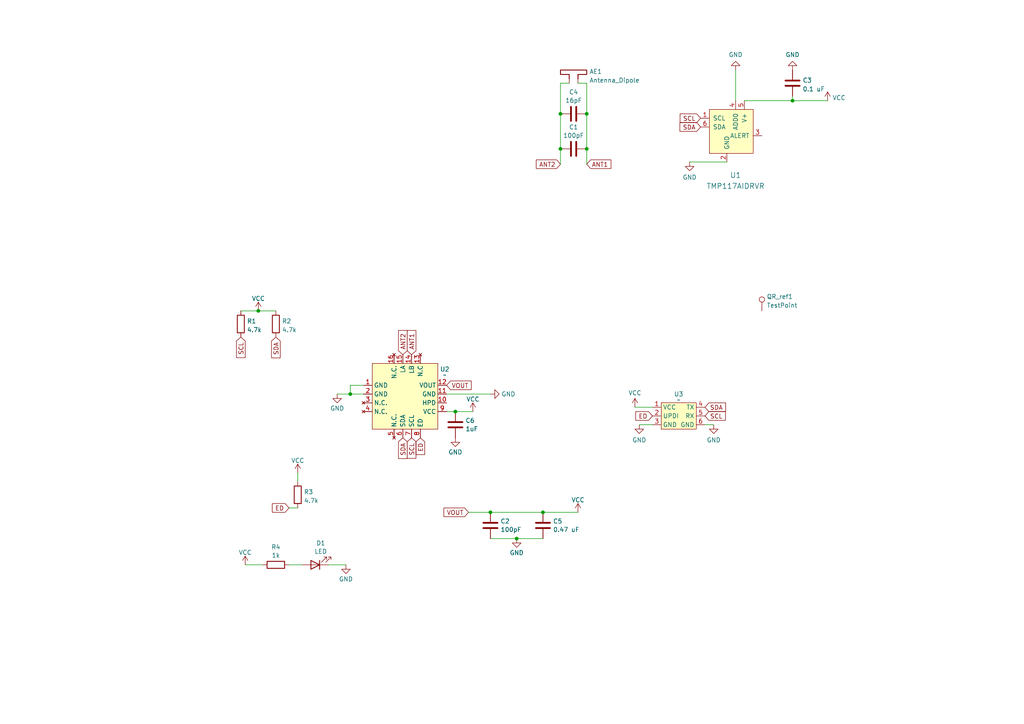
<source format=kicad_sch>
(kicad_sch (version 20231120) (generator "eeschema") (generator_version "8.0")
  (paper "A4")
  (lib_symbols
    (symbol "Connector:TestPoint" (pin_numbers hide) (pin_names (offset 0.762) hide)
      (property "Reference" "TP" (at 0 6.858 0))
      (property "Value" "TestPoint" (at 0 5.08 0))
      (symbol "TestPoint_0_1"
        (circle (center 0 3.302) (radius 0.762))
      )
      (symbol "TestPoint_1_1"
        (pin passive line (at 0 0 90) (length 2.54) (name "1") (number "1"))
      )
    )
    (symbol "Device:Antenna_Dipole" (pin_numbers hide) (pin_names (offset 1.016) hide)
      (property "Reference" "AE1" (at -3.302 -1.7053 0))
      (property "Value" "Antenna_Dipole" (at -3.302 -4.2422 0))
      (symbol "Antenna_Dipole_0_1"
        (polyline (pts (xy 2.54 -3.81) (xy 2.54 -2.54) (xy 5.08 -2.54) (xy 5.08 -1.27) (xy -2.54 -1.27) (xy -2.54 -2.54) (xy 0 -2.54) (xy 0 -3.81)) (stroke (width 0.254)))
      )
      (symbol "Antenna_Dipole_1_1"
        (pin input line (at 2.54 -5.08 90) (length 2.54) (name "~") (number "1"))
        (pin input line (at 0 -5.08 90) (length 2.54) (name "~") (number "2"))
      )
    )
    (symbol "Device:C" (pin_numbers hide) (pin_names (offset 0.254))
      (property "Reference" "C" (at 0.635 2.54 0))
      (property "Value" "C" (at 0.635 -2.54 0))
      (symbol "C_0_1"
        (polyline (pts (xy -2.032 -0.762) (xy 2.032 -0.762)) (stroke (width 0.508)))
        (polyline (pts (xy -2.032 0.762) (xy 2.032 0.762)) (stroke (width 0.508)))
      )
      (symbol "C_1_1"
        (pin passive line (at 0 3.81 270) (length 2.794) (name "~") (number "1"))
        (pin passive line (at 0 -3.81 90) (length 2.794) (name "~") (number "2"))
      )
    )
    (symbol "Device:LED" (pin_numbers hide) (pin_names (offset 1.016) hide)
      (property "Reference" "D" (at 0 2.54 0))
      (property "Value" "LED" (at 0 -2.54 0))
      (symbol "LED_0_1"
        (polyline (pts (xy -1.27 -1.27) (xy -1.27 1.27)) (stroke (width 0.254)))
        (polyline (pts (xy -1.27 0) (xy 1.27 0)))
        (polyline (pts (xy 1.27 -1.27) (xy 1.27 1.27) (xy -1.27 0) (xy 1.27 -1.27)) (stroke (width 0.254)))
        (polyline (pts (xy -3.048 -0.762) (xy -4.572 -2.286) (xy -3.81 -2.286) (xy -4.572 -2.286) (xy -4.572 -1.524)))
        (polyline (pts (xy -1.778 -0.762) (xy -3.302 -2.286) (xy -2.54 -2.286) (xy -3.302 -2.286) (xy -3.302 -1.524)))
      )
      (symbol "LED_1_1"
        (pin passive line (at -3.81 0 0) (length 2.54) (name "K") (number "1"))
        (pin passive line (at 3.81 0 180) (length 2.54) (name "A") (number "2"))
      )
    )
    (symbol "Device:R" (pin_numbers hide) (pin_names (offset 0))
      (property "Reference" "R" (at 2.032 0 90))
      (property "Value" "R" (at 0 0 90))
      (symbol "R_0_1"
        (rectangle (start -1.016 -2.54) (end 1.016 2.54) (stroke (width 0.254)))
      )
      (symbol "R_1_1"
        (pin passive line (at 0 3.81 270) (length 1.27) (name "~") (number "1"))
        (pin passive line (at 0 -3.81 90) (length 1.27) (name "~") (number "2"))
      )
    )
    (symbol "dk_Temperature-Sensors-Analog-and-Digital-Output:TMP112AIDRLT" (pin_names (offset 1.016))
      (property "Reference" "U" (at -6.35 8.89 0))
      (property "Value" "TMP112AIDRLT" (at 0 -7.62 0))
      (symbol "TMP112AIDRLT_0_1"
        (rectangle (start -7.62 7.62) (end 5.08 -5.08) (fill (type background)))
      )
      (symbol "TMP112AIDRLT_1_1"
        (pin input line (at -10.16 5.08 0) (length 2.54) (name "SCL") (number "1"))
        (pin power_in line (at -2.54 -7.62 90) (length 2.54) (name "GND") (number "2"))
        (pin output line (at 7.62 0 180) (length 2.54) (name "ALERT") (number "3"))
        (pin power_in line (at 0 10.16 270) (length 2.54) (name "ADD0") (number "4"))
        (pin power_in line (at 2.54 10.16 270) (length 2.54) (name "V+") (number "5"))
        (pin bidirectional line (at -10.16 2.54 0) (length 2.54) (name "SDA") (number "6"))
      )
    )
    (symbol "power:GND" (power) (pin_names (offset 0))
      (property "Value" "GND" (at 0 -3.81 0))
      (symbol "GND_0_1"
        (polyline (pts (xy 0 0) (xy 0 -1.27) (xy 1.27 -1.27) (xy 0 -2.54) (xy -1.27 -1.27) (xy 0 -1.27)))
      )
      (symbol "GND_1_1"
        (pin power_in line (at 0 0 270) (length 0) hide (name "GND") (number "1"))
      )
    )
    (symbol "power:VCC" (power) (pin_names (offset 0))
      (property "Value" "VCC" (at 0 3.81 0))
      (symbol "VCC_0_1"
        (polyline (pts (xy -0.762 1.27) (xy 0 2.54)))
        (polyline (pts (xy 0 0) (xy 0 2.54)))
        (polyline (pts (xy 0 2.54) (xy 0.762 1.27)))
      )
      (symbol "VCC_1_1"
        (pin power_in line (at 0 0 90) (length 0) hide (name "VCC") (number "1"))
      )
    )
    (symbol "unsurv_offline_pcb_symbols:NTAG_5_Link"
      (property "Reference" "U" (at 0 24.892 0))
      (symbol "NTAG_5_Link_1_1"
        (rectangle (start -10.16 8.89) (end 8.89 -10.16) (fill (type background)))
        (pin input line (at -12.7 2.54 0) (length 2.54) (name "GND") (number "1"))
        (pin input line (at 11.43 -2.54 180) (length 2.54) (name "HPD") (number "10"))
        (pin input line (at 11.43 0 180) (length 2.54) (name "GND") (number "11"))
        (pin input line (at 11.43 2.54 180) (length 2.54) (name "VOUT") (number "12"))
        (pin no_connect line (at 3.81 11.43 270) (length 2.54) (name "N.C") (number "13"))
        (pin bidirectional line (at 1.27 11.43 270) (length 2.54) (name "LB") (number "14"))
        (pin bidirectional line (at -1.27 11.43 270) (length 2.54) (name "LA") (number "15"))
        (pin no_connect line (at -3.81 11.43 270) (length 2.54) (name "N.C.") (number "16"))
        (pin input line (at -12.7 0 0) (length 2.54) (name "GND") (number "2"))
        (pin no_connect line (at -12.7 -2.54 0) (length 2.54) (name "N.C.") (number "3"))
        (pin no_connect line (at -12.7 -5.08 0) (length 2.54) (name "N.C.") (number "4"))
        (pin no_connect line (at -3.81 -12.7 90) (length 2.54) (name "N.C.") (number "5"))
        (pin bidirectional line (at -1.27 -12.7 90) (length 2.54) (name "SDA") (number "6"))
        (pin bidirectional line (at 1.27 -12.7 90) (length 2.54) (name "SCL") (number "7"))
        (pin bidirectional line (at 3.81 -12.7 90) (length 2.54) (name "ED") (number "8"))
        (pin input line (at 11.43 -5.08 180) (length 2.54) (name "VCC") (number "9"))
      )
    )
    (symbol "unsurv_offline_pcb_symbols:testpoint_array_2x3"
      (property "Reference" "U" (at 0 5.842 0))
      (symbol "testpoint_array_2x3_1_1"
        (rectangle (start -5.08 3.81) (end 5.08 -3.81) (fill (type background)))
        (pin input line (at -7.62 2.54 0) (length 2.54) (name "VCC") (number "1"))
        (pin input line (at -7.62 0 0) (length 2.54) (name "UPDI") (number "2"))
        (pin input line (at -7.62 -2.54 0) (length 2.54) (name "GND") (number "3"))
        (pin input line (at 7.62 2.54 180) (length 2.54) (name "TX") (number "4"))
        (pin input line (at 7.62 0 180) (length 2.54) (name "RX") (number "5"))
        (pin input line (at 7.62 -2.54 180) (length 2.54) (name "GND") (number "6"))
      )
    )
  )
  (junction (at 132.08 119.38))
  (junction (at 149.86 156.21))
  (junction (at 74.93 90.17))
  (junction (at 170.18 43.18))
  (junction (at 229.87 29.21))
  (junction (at 162.56 43.18))
  (junction (at 142.24 148.59))
  (junction (at 101.6 114.3))
  (junction (at 162.56 33.02))
  (junction (at 170.18 33.02))
  (junction (at 157.48 148.59))
  (wire (pts (xy 170.18 43.18) (xy 170.18 47.625)))
  (wire (pts (xy 69.85 90.17) (xy 74.93 90.17)))
  (wire (pts (xy 83.82 147.32) (xy 86.36 147.32)))
  (wire (pts (xy 101.6 111.76) (xy 101.6 114.3)))
  (wire (pts (xy 71.12 163.83) (xy 76.2 163.83)))
  (wire (pts (xy 213.36 20.32) (xy 213.36 29.21)))
  (wire (pts (xy 185.42 123.19) (xy 189.23 123.19)))
  (wire (pts (xy 135.89 148.59) (xy 142.24 148.59)))
  (wire (pts (xy 105.41 111.76) (xy 101.6 111.76)))
  (wire (pts (xy 170.18 24.13) (xy 170.18 33.02)))
  (wire (pts (xy 162.56 33.02) (xy 162.56 43.18)))
  (wire (pts (xy 86.36 137.16) (xy 86.36 139.7)))
  (wire (pts (xy 101.6 114.3) (xy 105.41 114.3)))
  (wire (pts (xy 229.87 27.94) (xy 229.87 29.21)))
  (wire (pts (xy 83.82 163.83) (xy 87.63 163.83)))
  (wire (pts (xy 204.47 123.19) (xy 207.01 123.19)))
  (wire (pts (xy 129.54 119.38) (xy 132.08 119.38)))
  (wire (pts (xy 129.54 114.3) (xy 142.24 114.3)))
  (wire (pts (xy 162.56 24.13) (xy 162.56 33.02)))
  (wire (pts (xy 97.79 114.3) (xy 101.6 114.3)))
  (wire (pts (xy 170.18 24.13) (xy 167.64 24.13)))
  (wire (pts (xy 170.18 33.02) (xy 170.18 43.18)))
  (wire (pts (xy 142.24 148.59) (xy 157.48 148.59)))
  (wire (pts (xy 74.93 90.17) (xy 80.01 90.17)))
  (wire (pts (xy 157.48 148.59) (xy 167.64 148.59)))
  (wire (pts (xy 142.24 156.21) (xy 149.86 156.21)))
  (wire (pts (xy 95.25 163.83) (xy 100.33 163.83)))
  (wire (pts (xy 149.86 156.21) (xy 157.48 156.21)))
  (wire (pts (xy 200.025 46.99) (xy 210.82 46.99)))
  (wire (pts (xy 184.15 118.11) (xy 189.23 118.11)))
  (wire (pts (xy 215.9 29.21) (xy 229.87 29.21)))
  (wire (pts (xy 162.56 24.13) (xy 165.1 24.13)))
  (wire (pts (xy 229.87 29.21) (xy 240.03 29.21)))
  (wire (pts (xy 132.08 119.38) (xy 137.16 119.38)))
  (wire (pts (xy 162.56 43.18) (xy 162.56 47.625)))
  (global_label "ANT2" (shape input) (at 116.84 102.87 90) (property "Intersheetrefs" "${INTERSHEET_REFS}" (effects (hide yes))))
  (global_label "SDA" (shape input) (at 116.84 127 270) (property "Intersheetrefs" "${INTERSHEET_REFS}" (effects (hide yes))))
  (global_label "SDA" (shape input) (at 204.47 118.11 0) (property "Intersheetrefs" "${INTERSHEET_REFS}" (effects (hide yes))))
  (global_label "ED" (shape input) (at 83.82 147.32 180) (property "Intersheetrefs" "${INTERSHEET_REFS}" (effects (hide yes))))
  (global_label "SCL" (shape input) (at 204.47 120.65 0) (property "Intersheetrefs" "${INTERSHEET_REFS}" (effects (hide yes))))
  (global_label "SCL" (shape input) (at 119.38 127 270) (property "Intersheetrefs" "${INTERSHEET_REFS}" (effects (hide yes))))
  (global_label "ANT1" (shape input) (at 119.38 102.87 90) (property "Intersheetrefs" "${INTERSHEET_REFS}" (effects (hide yes))))
  (global_label "SCL" (shape input) (at 203.2 34.29 180) (property "Intersheetrefs" "${INTERSHEET_REFS}" (effects (hide yes))))
  (global_label "VOUT" (shape input) (at 129.54 111.76 0) (property "Intersheetrefs" "${INTERSHEET_REFS}" (effects (hide yes))))
  (global_label "ED" (shape input) (at 189.23 120.65 180) (property "Intersheetrefs" "${INTERSHEET_REFS}" (effects (hide yes))))
  (global_label "SDA" (shape input) (at 80.01 97.79 270) (property "Intersheetrefs" "${INTERSHEET_REFS}" (effects (hide yes))))
  (global_label "ANT2" (shape input) (at 162.56 47.625 180) (property "Intersheetrefs" "${INTERSHEET_REFS}" (effects (hide yes))))
  (global_label "ANT1" (shape input) (at 170.18 47.625 0) (property "Intersheetrefs" "${INTERSHEET_REFS}" (effects (hide yes))))
  (global_label "SCL" (shape input) (at 69.85 97.79 270) (property "Intersheetrefs" "${INTERSHEET_REFS}" (effects (hide yes))))
  (global_label "ED" (shape input) (at 121.92 127 270) (property "Intersheetrefs" "${INTERSHEET_REFS}" (effects (hide yes))))
  (global_label "SDA" (shape input) (at 203.2 36.83 180) (property "Intersheetrefs" "${INTERSHEET_REFS}" (effects (hide yes))))
  (global_label "VOUT" (shape input) (at 135.89 148.59 180) (property "Intersheetrefs" "${INTERSHEET_REFS}" (effects (hide yes))))
  (symbol (lib_id "power:GND") (at 100.33 163.83 0) (unit 1)
    (property "Reference" "#PWR016" (effects (hide yes)))
    (property "Value" "GND" (at 100.33 167.9631 0))
  )
  (symbol (lib_id "Device:C") (at 132.08 123.19 0) (unit 1)
    (property "Reference" "C6" (at 135.001 121.9778 0) (effects (justify left)))
    (property "Value" "1uF" (at 135.001 124.4021 0) (effects (justify left)))
    (property "Footprint" "Capacitor_SMD:C_0603_1608Metric" (effects (hide yes)))
    (property "Description" "Unpolarized capacitor" (effects (hide yes)))
  )
  (symbol (lib_id "power:VCC") (at 184.15 118.11 0) (unit 1)
    (property "Reference" "#PWR09" (effects (hide yes)))
    (property "Value" "VCC" (at 184.15 113.9769 0))
  )
  (symbol (lib_id "power:GND") (at 132.08 127 0) (unit 1)
    (property "Reference" "#PWR014" (effects (hide yes)))
    (property "Value" "GND" (at 132.08 131.1331 0))
  )
  (symbol (lib_id "power:VCC") (at 240.03 29.21 0) (unit 1)
    (property "Reference" "#PWR07" (effects (hide yes)))
    (property "Value" "VCC" (at 241.427 28.3738 0) (effects (justify left)))
  )
  (symbol (lib_id "Device:R") (at 80.01 163.83 90) (unit 1)
    (property "Reference" "R4" (at 80.01 158.6695 90))
    (property "Value" "1k" (at 80.01 161.0938 90))
    (property "Footprint" "Resistor_SMD:R_0603_1608Metric" (effects (hide yes)))
  )
  (symbol (lib_id "power:VCC") (at 86.36 137.16 0) (unit 1)
    (property "Reference" "#PWR013" (effects (hide yes)))
    (property "Value" "VCC" (at 86.36 133.5842 0))
  )
  (symbol (lib_id "power:GND") (at 149.86 156.21 0) (unit 1)
    (property "Reference" "#PWR012" (effects (hide yes)))
    (property "Value" "GND" (at 149.86 160.3431 0))
  )
  (symbol (lib_id "Device:R") (at 80.01 93.98 0) (unit 1)
    (property "Reference" "R2" (at 81.788 93.1453 0) (effects (justify left)))
    (property "Value" "4.7k" (at 81.788 95.6822 0) (effects (justify left)))
    (property "Footprint" "Resistor_SMD:R_0603_1608Metric" (effects (hide yes)))
  )
  (symbol (lib_id "power:VCC") (at 167.64 148.59 0) (mirror y) (unit 1)
    (property "Reference" "#PWR010" (effects (hide yes)))
    (property "Value" "VCC" (at 167.64 145.0142 0))
  )
  (symbol (lib_id "power:GND") (at 97.79 114.3 0) (unit 1)
    (property "Reference" "#PWR05" (effects (hide yes)))
    (property "Value" "GND" (at 97.79 118.4331 0))
  )
  (symbol (lib_id "Connector:TestPoint") (at 220.98 90.17 0) (unit 1)
    (property "Reference" "QR_ref1" (at 222.377 86.0333 0) (effects (justify left)))
    (property "Value" "TestPoint" (at 222.377 88.5702 0) (effects (justify left)))
    (property "Footprint" "unsurv_offline_pcb_footprints:https___shop.unsurv.org" (effects (hide yes)))
  )
  (symbol (lib_id "dk_Temperature-Sensors-Analog-and-Digital-Output:TMP112AIDRLT") (at 213.36 39.37 0) (unit 1)
    (property "Reference" "U1" (at 213.36 50.8 0) (effects (font (size 1.524 1.524))))
    (property "Value" "TMP117AIDRVR" (at 213.36 53.975 0) (effects (font (size 1.524 1.524))))
    (property "Footprint" "unsurv_offline_pcb_footprints:TMP117 WSON-6-1EP_2x2mm_P0.65mm_no_pad_paste" (effects (hide yes)))
    (property "Datasheet" "http://www.ti.com/general/docs/suppproductinfo.tsp?distId=10&gotoUrl=http%3A%2F%2Fwww.ti.com%2Flit%2Fgpn%2Ftmp112" (effects (hide yes)))
    (property "Description" "SENSOR DIGITAL -40C-125C SOT563" (effects (hide yes)))
    (property "Digi-Key_PN" "296-24621-1-ND" (effects (hide yes)))
    (property "MPN" "TMP117AIDRVR" (effects (hide yes)))
    (property "Category" "Sensors, Transducers" (effects (hide yes)))
    (property "Family" "Temperature Sensors - Analog and Digital Output" (effects (hide yes)))
    (property "DK_Datasheet_Link" "http://www.ti.com/general/docs/suppproductinfo.tsp?distId=10&gotoUrl=http%3A%2F%2Fwww.ti.com%2Flit%2Fgpn%2Ftmp112" (effects (hide yes)))
    (property "DK_Detail_Page" "/product-detail/en/texas-instruments/TMP112AIDRLT/296-24621-1-ND/2090130" (effects (hide yes)))
    (property "Manufacturer" "Texas Instruments" (effects (hide yes)))
    (property "Status" "Active" (effects (hide yes)))
  )
  (symbol (lib_id "unsurv_offline_pcb_symbols:NTAG_5_Link") (at 118.11 114.3 0) (unit 1)
    (property "Reference" "U2" (at 129.0162 107.1009 0))
    (property "Value" "~" (at 129.0162 108.7823 0))
    (property "Footprint" "unsurv_offline_pcb_footprints:NTAG 5 link" (effects (hide yes)))
  )
  (symbol (lib_id "power:GND") (at 229.87 20.32 180) (unit 1)
    (property "Reference" "#PWR03" (effects (hide yes)))
    (property "Value" "GND" (at 229.87 15.8766 0))
  )
  (symbol (lib_id "power:VCC") (at 74.93 90.17 0) (unit 1)
    (property "Reference" "#PWR017" (effects (hide yes)))
    (property "Value" "VCC" (at 74.93 86.5942 0))
  )
  (symbol (lib_id "power:GND") (at 185.42 123.19 0) (unit 1)
    (property "Reference" "#PWR08" (effects (hide yes)))
    (property "Value" "GND" (at 185.42 127.6334 0))
  )
  (symbol (lib_id "Device:C") (at 166.37 43.18 90) (unit 1)
    (property "Reference" "C1" (at 166.37 36.8765 90))
    (property "Value" "100pF" (at 166.37 39.3008 90))
    (property "Footprint" "Capacitor_SMD:C_0402_1005Metric" (effects (hide yes)))
  )
  (symbol (lib_id "Device:C") (at 229.87 24.13 180) (unit 1)
    (property "Reference" "C3" (at 232.791 23.2953 0) (effects (justify right)))
    (property "Value" "0.1 uF" (at 232.791 25.8322 0) (effects (justify right)))
    (property "Footprint" "Capacitor_SMD:C_0402_1005Metric" (effects (hide yes)))
  )
  (symbol (lib_id "Device:LED") (at 91.44 163.83 180) (unit 1)
    (property "Reference" "D1" (at 93.0275 157.5265 0))
    (property "Value" "LED" (at 93.0275 159.9508 0))
    (property "Footprint" "LED_SMD:LED_0603_1608Metric" (effects (hide yes)))
    (property "Description" "Light emitting diode" (effects (hide yes)))
  )
  (symbol (lib_id "Device:R") (at 69.85 93.98 0) (unit 1)
    (property "Reference" "R1" (at 71.628 93.1453 0) (effects (justify left)))
    (property "Value" "4.7k" (at 71.628 95.6822 0) (effects (justify left)))
    (property "Footprint" "Resistor_SMD:R_0603_1608Metric" (effects (hide yes)))
  )
  (symbol (lib_id "power:GND") (at 200.025 46.99 0) (unit 1)
    (property "Reference" "#PWR011" (effects (hide yes)))
    (property "Value" "GND" (at 200.025 51.4334 0))
  )
  (symbol (lib_id "Device:C") (at 166.37 33.02 90) (unit 1)
    (property "Reference" "C4" (at 166.37 26.7165 90))
    (property "Value" "16pF" (at 166.37 29.1408 90))
    (property "Footprint" "Capacitor_SMD:C_0402_1005Metric" (effects (hide yes)))
  )
  (symbol (lib_id "power:GND") (at 142.24 114.3 90) (unit 1)
    (property "Reference" "#PWR04" (effects (hide yes)))
    (property "Value" "GND" (at 145.415 114.3 90) (effects (justify right)))
  )
  (symbol (lib_id "Device:C") (at 142.24 152.4 0) (unit 1)
    (property "Reference" "C2" (at 145.161 151.1878 0) (effects (justify left)))
    (property "Value" "100pF" (at 145.161 153.6121 0) (effects (justify left)))
    (property "Footprint" "Capacitor_SMD:C_0603_1608Metric" (effects (hide yes)))
    (property "Description" "Unpolarized capacitor" (effects (hide yes)))
  )
  (symbol (lib_id "power:GND") (at 207.01 123.19 0) (unit 1)
    (property "Reference" "#PWR06" (effects (hide yes)))
    (property "Value" "GND" (at 207.01 127.6334 0))
  )
  (symbol (lib_id "Device:Antenna_Dipole") (at 167.64 19.05 0) (mirror y) (unit 1)
    (property "Reference" "AE1" (at 170.942 20.7553 0) (effects (justify right)))
    (property "Value" "Antenna_Dipole" (at 170.942 23.2922 0) (effects (justify right)))
    (property "Footprint" "unsurv_offline_pcb_footprints:25x18_1016nH" (effects (hide yes)))
  )
  (symbol (lib_id "Device:R") (at 86.36 143.51 0) (unit 1)
    (property "Reference" "R3" (at 88.138 142.6753 0) (effects (justify left)))
    (property "Value" "4.7k" (at 88.138 145.2122 0) (effects (justify left)))
    (property "Footprint" "Resistor_SMD:R_0603_1608Metric" (effects (hide yes)))
  )
  (symbol (lib_id "Device:C") (at 157.48 152.4 0) (unit 1)
    (property "Reference" "C5" (at 160.401 151.1878 0) (effects (justify left)))
    (property "Value" "0.47 uF" (at 160.401 153.6121 0) (effects (justify left)))
    (property "Footprint" "Capacitor_SMD:C_0603_1608Metric" (effects (hide yes)))
    (property "Description" "Unpolarized capacitor" (effects (hide yes)))
  )
  (symbol (lib_id "power:VCC") (at 137.16 119.38 0) (mirror y) (unit 1)
    (property "Reference" "#PWR01" (effects (hide yes)))
    (property "Value" "VCC" (at 137.16 115.8042 0))
  )
  (symbol (lib_id "unsurv_offline_pcb_symbols:testpoint_array_2x3") (at 196.85 120.65 0) (unit 1)
    (property "Reference" "U3" (at 196.85 114.3085 0))
    (property "Value" "~" (at 196.85 115.9899 0))
    (property "Footprint" "unsurv_offline_pcb_footprints:testpoint_array_2x3" (effects (hide yes)))
  )
  (symbol (lib_id "power:VCC") (at 71.12 163.83 0) (unit 1)
    (property "Reference" "#PWR015" (effects (hide yes)))
    (property "Value" "VCC" (at 71.12 160.2542 0))
  )
  (symbol (lib_id "power:GND") (at 213.36 20.32 180) (unit 1)
    (property "Reference" "#PWR02" (effects (hide yes)))
    (property "Value" "GND" (at 213.36 15.8766 0))
  )
)
</source>
